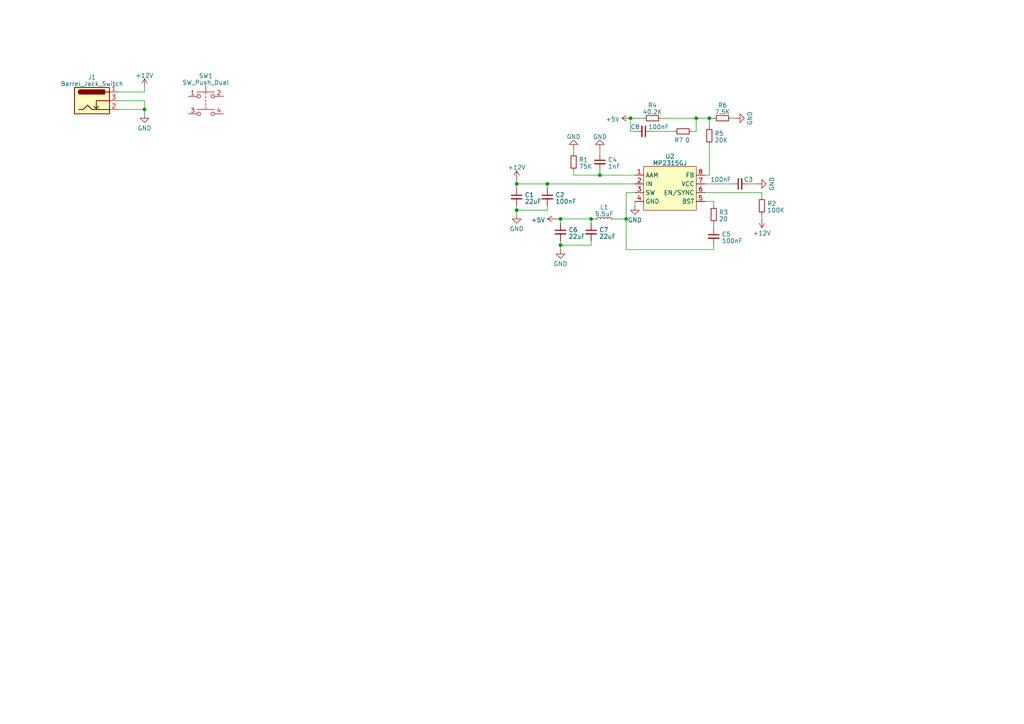
<source format=kicad_sch>
(kicad_sch (version 20230121) (generator eeschema)
  (paper "A4")
  (lib_symbols
    (symbol "Connector:Barrel_Jack_Switch" (pin_names hide)
      (property "Reference" "J" (at 0 5.334 0))
      (property "Value" "Barrel_Jack_Switch" (at 0 -5.08 0))
      (symbol "Barrel_Jack_Switch_0_1"
        (rectangle (start -5.08 3.81) (end 5.08 -3.81) (stroke (width 0.254)) (fill (type background)))
        (arc (start -3.302 3.175) (mid -3.9343 2.54) (end -3.302 1.905) (stroke (width 0.254)))
        (arc (start -3.302 3.175) (mid -3.9343 2.54) (end -3.302 1.905) (stroke (width 0.254)) (fill (type outline)))
        (polyline (pts (xy 1.27 -2.286) (xy 1.905 -1.651)) (stroke (width 0.254)))
        (polyline (pts (xy 5.08 2.54) (xy 3.81 2.54)) (stroke (width 0.254)))
        (polyline (pts (xy 5.08 0) (xy 1.27 0) (xy 1.27 -2.286) (xy 0.635 -1.651)) (stroke (width 0.254)))
        (polyline (pts (xy -3.81 -2.54) (xy -2.54 -2.54) (xy -1.27 -1.27) (xy 0 -2.54) (xy 2.54 -2.54) (xy 5.08 -2.54)) (stroke (width 0.254)))
        (rectangle (start 3.683 3.175) (end -3.302 1.905) (stroke (width 0.254)) (fill (type outline)))
      )
      (symbol "Barrel_Jack_Switch_1_1"
        (pin passive line (at 7.62 2.54 180) (length 2.54) (name "~") (number "1"))
        (pin passive line (at 7.62 -2.54 180) (length 2.54) (name "~") (number "2"))
        (pin passive line (at 7.62 0 180) (length 2.54) (name "~") (number "3"))
      )
    )
    (symbol "Converter_DCDC:MP2315GJ"
      (property "Reference" "U" (at -5.08 7.62 0))
      (property "Value" "MP2315GJ" (at -5.08 7.62 0))
      (symbol "MP2315GJ_0_1"
        (rectangle (start -7.62 6.35) (end 7.62 -6.35) (fill (type background)))
      )
      (symbol "MP2315GJ_1_1"
        (pin unspecified line (at -10.16 3.81 0) (length 2.54) (name "AAM") (number "1"))
        (pin power_in line (at -10.16 1.27 0) (length 2.54) (name "IN") (number "2"))
        (pin output line (at -10.16 -1.27 0) (length 2.54) (name "SW") (number "3"))
        (pin power_in line (at -10.16 -3.81 0) (length 2.54) (name "GND") (number "4"))
        (pin unspecified line (at 10.16 -3.81 180) (length 2.54) (name "BST") (number "5"))
        (pin input line (at 10.16 -1.27 180) (length 2.54) (name "EN/SYNC") (number "6"))
        (pin power_in line (at 10.16 1.27 180) (length 2.54) (name "VCC") (number "7"))
        (pin output line (at 10.16 3.81 180) (length 2.54) (name "FB") (number "8"))
      )
    )
    (symbol "Device:C_Small" (pin_numbers hide) (pin_names (offset 0.254) hide)
      (property "Reference" "C" (at 0.254 1.778 0))
      (property "Value" "C_Small" (at 0.254 -2.032 0))
      (symbol "C_Small_0_1"
        (polyline (pts (xy -1.524 -0.508) (xy 1.524 -0.508)) (stroke (width 0.3302)))
        (polyline (pts (xy -1.524 0.508) (xy 1.524 0.508)) (stroke (width 0.3048)))
      )
      (symbol "C_Small_1_1"
        (pin passive line (at 0 2.54 270) (length 2.032) (name "~") (number "1"))
        (pin passive line (at 0 -2.54 90) (length 2.032) (name "~") (number "2"))
      )
    )
    (symbol "Device:L_Small" (pin_numbers hide) (pin_names (offset 0.254) hide)
      (property "Reference" "L" (at 0.762 1.016 0))
      (property "Value" "L_Small" (at 0.762 -1.016 0))
      (symbol "L_Small_0_1"
        (arc (start 0 -2.032) (mid 0.5058 -1.524) (end 0 -1.016))
        (arc (start 0 -1.016) (mid 0.5058 -0.508) (end 0 0))
        (arc (start 0 0) (mid 0.5058 0.508) (end 0 1.016))
        (arc (start 0 1.016) (mid 0.5058 1.524) (end 0 2.032))
      )
      (symbol "L_Small_1_1"
        (pin passive line (at 0 2.54 270) (length 0.508) (name "~") (number "1"))
        (pin passive line (at 0 -2.54 90) (length 0.508) (name "~") (number "2"))
      )
    )
    (symbol "Device:R_Small" (pin_numbers hide) (pin_names (offset 0.254) hide)
      (property "Reference" "R" (at 0.762 0.508 0))
      (property "Value" "R_Small" (at 0.762 -1.016 0))
      (symbol "R_Small_0_1"
        (rectangle (start -0.762 1.778) (end 0.762 -1.778) (stroke (width 0.2032)))
      )
      (symbol "R_Small_1_1"
        (pin passive line (at 0 2.54 270) (length 0.762) (name "~") (number "1"))
        (pin passive line (at 0 -2.54 90) (length 0.762) (name "~") (number "2"))
      )
    )
    (symbol "Switch:SW_Push_Dual" (pin_names (offset 1.016) hide)
      (property "Reference" "SW" (at 1.27 2.54 0))
      (property "Value" "SW_Push_Dual" (at 0 -6.858 0))
      (symbol "SW_Push_Dual_0_1"
        (circle (center -2.032 -5.08) (radius 0.508))
        (circle (center -2.032 0) (radius 0.508))
        (polyline (pts (xy 0 -3.048) (xy 0 -3.556)))
        (polyline (pts (xy 0 -2.032) (xy 0 -2.54)))
        (polyline (pts (xy 0 -1.524) (xy 0 -1.016)))
        (polyline (pts (xy 0 -0.508) (xy 0 0)))
        (polyline (pts (xy 0 0.508) (xy 0 1.016)))
        (polyline (pts (xy 0 1.27) (xy 0 3.048)))
        (polyline (pts (xy 2.54 -3.81) (xy -2.54 -3.81)))
        (polyline (pts (xy 2.54 1.27) (xy -2.54 1.27)))
        (circle (center 2.032 -5.08) (radius 0.508))
        (circle (center 2.032 0) (radius 0.508))
        (pin passive line (at -5.08 0 0) (length 2.54) (name "1") (number "1"))
        (pin passive line (at 5.08 0 180) (length 2.54) (name "2") (number "2"))
        (pin passive line (at -5.08 -5.08 0) (length 2.54) (name "3") (number "3"))
        (pin passive line (at 5.08 -5.08 180) (length 2.54) (name "4") (number "4"))
      )
    )
    (symbol "power:+12V" (power) (pin_names (offset 0))
      (property "Value" "+12V" (at 0 3.556 0))
      (symbol "+12V_0_1"
        (polyline (pts (xy -0.762 1.27) (xy 0 2.54)))
        (polyline (pts (xy 0 0) (xy 0 2.54)))
        (polyline (pts (xy 0 2.54) (xy 0.762 1.27)))
      )
      (symbol "+12V_1_1"
        (pin power_in line (at 0 0 90) (length 0) hide (name "+12V") (number "1"))
      )
    )
    (symbol "power:+5V" (power) (pin_names (offset 0))
      (property "Value" "+5V" (at 0 3.556 0))
      (symbol "+5V_0_1"
        (polyline (pts (xy -0.762 1.27) (xy 0 2.54)))
        (polyline (pts (xy 0 0) (xy 0 2.54)))
        (polyline (pts (xy 0 2.54) (xy 0.762 1.27)))
      )
      (symbol "+5V_1_1"
        (pin power_in line (at 0 0 90) (length 0) hide (name "+5V") (number "1"))
      )
    )
    (symbol "power:GND" (power) (pin_names (offset 0))
      (property "Value" "GND" (at 0 -3.81 0))
      (symbol "GND_0_1"
        (polyline (pts (xy 0 0) (xy 0 -1.27) (xy 1.27 -1.27) (xy 0 -2.54) (xy -1.27 -1.27) (xy 0 -1.27)))
      )
      (symbol "GND_1_1"
        (pin power_in line (at 0 0 270) (length 0) hide (name "GND") (number "1"))
      )
    )
  )
  (junction (at 149.86 53.34))
  (junction (at 162.56 71.12))
  (junction (at 41.91 31.75))
  (junction (at 181.61 63.5))
  (junction (at 205.74 34.29))
  (junction (at 162.56 63.5))
  (junction (at 158.75 53.34))
  (junction (at 171.45 63.5))
  (junction (at 182.88 34.29))
  (junction (at 149.86 60.96))
  (junction (at 201.93 34.29))
  (junction (at 173.99 50.8))
  (wire (pts (xy 205.74 50.8) (xy 205.74 41.91)))
  (wire (pts (xy 158.75 54.61) (xy 158.75 53.34)))
  (wire (pts (xy 200.66 38.1) (xy 201.93 38.1)))
  (wire (pts (xy 189.23 38.1) (xy 195.58 38.1)))
  (wire (pts (xy 171.45 63.5) (xy 172.72 63.5)))
  (wire (pts (xy 204.47 53.34) (xy 212.09 53.34)))
  (wire (pts (xy 162.56 63.5) (xy 171.45 63.5)))
  (wire (pts (xy 204.47 58.42) (xy 207.01 58.42)))
  (wire (pts (xy 184.15 55.88) (xy 181.61 55.88)))
  (wire (pts (xy 177.8 63.5) (xy 181.61 63.5)))
  (wire (pts (xy 204.47 50.8) (xy 205.74 50.8)))
  (wire (pts (xy 173.99 43.18) (xy 173.99 44.45)))
  (wire (pts (xy 207.01 72.39) (xy 207.01 71.12)))
  (wire (pts (xy 201.93 34.29) (xy 205.74 34.29)))
  (wire (pts (xy 166.37 43.18) (xy 166.37 44.45)))
  (wire (pts (xy 171.45 71.12) (xy 162.56 71.12)))
  (wire (pts (xy 166.37 49.53) (xy 166.37 50.8)))
  (wire (pts (xy 149.86 53.34) (xy 158.75 53.34)))
  (wire (pts (xy 41.91 29.21) (xy 41.91 31.75)))
  (wire (pts (xy 220.98 62.23) (xy 220.98 63.5)))
  (wire (pts (xy 217.17 53.34) (xy 219.71 53.34)))
  (wire (pts (xy 41.91 31.75) (xy 41.91 33.02)))
  (wire (pts (xy 149.86 52.07) (xy 149.86 53.34)))
  (wire (pts (xy 182.88 38.1) (xy 182.88 34.29)))
  (wire (pts (xy 181.61 55.88) (xy 181.61 63.5)))
  (wire (pts (xy 201.93 38.1) (xy 201.93 34.29)))
  (wire (pts (xy 220.98 55.88) (xy 220.98 57.15)))
  (wire (pts (xy 205.74 34.29) (xy 205.74 36.83)))
  (wire (pts (xy 205.74 34.29) (xy 207.01 34.29)))
  (wire (pts (xy 171.45 69.85) (xy 171.45 71.12)))
  (wire (pts (xy 158.75 53.34) (xy 184.15 53.34)))
  (wire (pts (xy 161.29 63.5) (xy 162.56 63.5)))
  (wire (pts (xy 212.09 34.29) (xy 213.36 34.29)))
  (wire (pts (xy 34.29 29.21) (xy 41.91 29.21)))
  (wire (pts (xy 34.29 31.75) (xy 41.91 31.75)))
  (wire (pts (xy 149.86 60.96) (xy 158.75 60.96)))
  (wire (pts (xy 41.91 26.67) (xy 41.91 25.4)))
  (wire (pts (xy 162.56 71.12) (xy 162.56 72.39)))
  (wire (pts (xy 184.15 58.42) (xy 184.15 59.69)))
  (wire (pts (xy 149.86 53.34) (xy 149.86 54.61)))
  (wire (pts (xy 182.88 34.29) (xy 186.69 34.29)))
  (wire (pts (xy 34.29 26.67) (xy 41.91 26.67)))
  (wire (pts (xy 171.45 63.5) (xy 171.45 64.77)))
  (wire (pts (xy 158.75 59.69) (xy 158.75 60.96)))
  (wire (pts (xy 207.01 64.77) (xy 207.01 66.04)))
  (wire (pts (xy 191.77 34.29) (xy 201.93 34.29)))
  (wire (pts (xy 173.99 50.8) (xy 184.15 50.8)))
  (wire (pts (xy 162.56 63.5) (xy 162.56 64.77)))
  (wire (pts (xy 204.47 55.88) (xy 220.98 55.88)))
  (wire (pts (xy 181.61 63.5) (xy 181.61 72.39)))
  (wire (pts (xy 162.56 69.85) (xy 162.56 71.12)))
  (wire (pts (xy 207.01 58.42) (xy 207.01 59.69)))
  (wire (pts (xy 149.86 60.96) (xy 149.86 62.23)))
  (wire (pts (xy 166.37 50.8) (xy 173.99 50.8)))
  (wire (pts (xy 181.61 72.39) (xy 207.01 72.39)))
  (wire (pts (xy 173.99 49.53) (xy 173.99 50.8)))
  (wire (pts (xy 184.15 38.1) (xy 182.88 38.1)))
  (wire (pts (xy 149.86 59.69) (xy 149.86 60.96)))
  (symbol (lib_id "Switch:SW_Push_Dual") (at 59.69 27.94 0) (unit 1)
    (property "Reference" "SW1" (at 59.69 22.0091 0))
    (property "Value" "SW_Push_Dual" (at 59.69 23.9301 0))
  )
  (symbol (lib_id "power:GND") (at 173.99 43.18 180) (unit 1)
    (property "Reference" "#PWR05" (effects hide))
    (property "Value" "GND" (at 173.99 39.6781 0))
  )
  (symbol (lib_id "power:GND") (at 219.71 53.34 90) (unit 1)
    (property "Reference" "#PWR03" (effects hide))
    (property "Value" "GND" (at 223.8455 53.34 0))
  )
  (symbol (lib_id "Connector:Barrel_Jack_Switch") (at 26.67 29.21 0) (unit 1)
    (property "Reference" "J1" (at 26.67 22.3901 0))
    (property "Value" "Barrel_Jack_Switch" (at 26.67 24.3111 0))
  )
  (symbol (lib_id "power:+12V") (at 149.86 52.07 0) (unit 1)
    (property "Reference" "#PWR01" (effects hide))
    (property "Value" "+12V" (at 149.86 48.5681 0))
  )
  (symbol (lib_id "Device:C_Small") (at 186.69 38.1 270) (unit 1)
    (property "Reference" "C8" (at 182.88 36.83 90) (effects (justify left)))
    (property "Value" "100nF" (at 187.96 36.83 90) (effects (justify left)))
  )
  (symbol (lib_id "Device:C_Small") (at 162.56 67.31 0) (unit 1)
    (property "Reference" "C6" (at 164.8841 66.6726 0) (effects (justify left)))
    (property "Value" "22uF" (at 164.8841 68.5936 0) (effects (justify left)))
  )
  (symbol (lib_id "power:+5V") (at 182.88 34.29 90) (unit 1)
    (property "Reference" "#PWR010" (effects hide))
    (property "Value" "+5V" (at 179.7051 34.6068 90) (effects (justify left)))
  )
  (symbol (lib_id "Device:C_Small") (at 171.45 67.31 0) (unit 1)
    (property "Reference" "C7" (at 173.7741 66.6726 0) (effects (justify left)))
    (property "Value" "22uF" (at 173.7741 68.5936 0) (effects (justify left)))
  )
  (symbol (lib_id "power:GND") (at 41.91 33.02 0) (unit 1)
    (property "Reference" "#PWR013" (effects hide))
    (property "Value" "GND" (at 41.91 37.1555 0))
  )
  (symbol (lib_id "Device:R_Small") (at 207.01 62.23 0) (unit 1)
    (property "Reference" "R3" (at 208.5086 61.5863 0) (effects (justify left)))
    (property "Value" "20" (at 208.5086 63.5073 0) (effects (justify left)))
  )
  (symbol (lib_id "Device:C_Small") (at 149.86 57.15 0) (unit 1)
    (property "Reference" "C1" (at 152.1841 56.5126 0) (effects (justify left)))
    (property "Value" "22uF" (at 152.1841 58.4336 0) (effects (justify left)))
  )
  (symbol (lib_id "power:+12V") (at 41.91 25.4 0) (unit 1)
    (property "Reference" "#PWR012" (effects hide))
    (property "Value" "+12V" (at 41.91 21.8981 0))
  )
  (symbol (lib_id "power:+12V") (at 220.98 63.5 180) (unit 1)
    (property "Reference" "#PWR06" (effects hide))
    (property "Value" "+12V" (at 220.98 67.6355 0))
  )
  (symbol (lib_id "Device:R_Small") (at 209.55 34.29 270) (unit 1)
    (property "Reference" "R6" (at 209.55 30.5435 90))
    (property "Value" "7.5K" (at 209.55 32.4645 90))
  )
  (symbol (lib_id "Device:C_Small") (at 214.63 53.34 90) (unit 1)
    (property "Reference" "C3" (at 218.44 52.07 90) (effects (justify left)))
    (property "Value" "100nF" (at 212.09 52.07 90) (effects (justify left)))
  )
  (symbol (lib_id "Device:R_Small") (at 189.23 34.29 270) (unit 1)
    (property "Reference" "R4" (at 189.23 30.5435 90))
    (property "Value" "40.2K" (at 189.23 32.4645 90))
  )
  (symbol (lib_id "Device:R_Small") (at 198.12 38.1 270) (unit 1)
    (property "Reference" "R7" (at 196.85 40.64 90))
    (property "Value" "0" (at 199.39 40.64 90))
  )
  (symbol (lib_id "Device:R_Small") (at 166.37 46.99 0) (unit 1)
    (property "Reference" "R1" (at 167.8686 46.3463 0) (effects (justify left)))
    (property "Value" "75K" (at 167.8686 48.2673 0) (effects (justify left)))
  )
  (symbol (lib_id "Device:L_Small") (at 175.26 63.5 90) (unit 1)
    (property "Reference" "L1" (at 175.26 60.1113 90))
    (property "Value" "5.5uF" (at 175.26 62.0323 90))
  )
  (symbol (lib_id "Device:C_Small") (at 158.75 57.15 0) (unit 1)
    (property "Reference" "C2" (at 161.0741 56.5126 0) (effects (justify left)))
    (property "Value" "100nF" (at 161.0741 58.4336 0) (effects (justify left)))
  )
  (symbol (lib_id "power:+5V") (at 161.29 63.5 90) (unit 1)
    (property "Reference" "#PWR08" (effects hide))
    (property "Value" "+5V" (at 158.1151 63.8168 90) (effects (justify left)))
  )
  (symbol (lib_id "power:GND") (at 166.37 43.18 180) (unit 1)
    (property "Reference" "#PWR04" (effects hide))
    (property "Value" "GND" (at 166.37 39.6781 0))
  )
  (symbol (lib_id "power:GND") (at 149.86 62.23 0) (unit 1)
    (property "Reference" "#PWR02" (effects hide))
    (property "Value" "GND" (at 149.86 66.3655 0))
  )
  (symbol (lib_id "Device:R_Small") (at 220.98 59.69 0) (unit 1)
    (property "Reference" "R2" (at 222.4786 59.0463 0) (effects (justify left)))
    (property "Value" "100K" (at 222.4786 60.9673 0) (effects (justify left)))
  )
  (symbol (lib_id "power:GND") (at 162.56 72.39 0) (unit 1)
    (property "Reference" "#PWR09" (effects hide))
    (property "Value" "GND" (at 162.56 76.5255 0))
  )
  (symbol (lib_id "Converter_DCDC:MP2315GJ") (at 194.31 54.61 0) (unit 1)
    (property "Reference" "U2" (at 194.31 45.3771 0))
    (property "Value" "MP2315GJ" (at 194.31 47.2981 0))
    (property "Footprint" "Package_TO_SOT_SMD:TSOT-23-8" (effects hide))
  )
  (symbol (lib_id "Device:C_Small") (at 207.01 68.58 0) (unit 1)
    (property "Reference" "C5" (at 209.3341 67.9426 0) (effects (justify left)))
    (property "Value" "100nF" (at 209.3341 69.8636 0) (effects (justify left)))
  )
  (symbol (lib_id "Device:C_Small") (at 173.99 46.99 0) (unit 1)
    (property "Reference" "C4" (at 176.3141 46.3526 0) (effects (justify left)))
    (property "Value" "1nF" (at 176.3141 48.2736 0) (effects (justify left)))
  )
  (symbol (lib_id "power:GND") (at 213.36 34.29 90) (unit 1)
    (property "Reference" "#PWR011" (effects hide))
    (property "Value" "GND" (at 217.4955 34.29 0))
  )
  (symbol (lib_id "Device:R_Small") (at 205.74 39.37 0) (unit 1)
    (property "Reference" "R5" (at 207.2386 38.7263 0) (effects (justify left)))
    (property "Value" "20K" (at 207.2386 40.6473 0) (effects (justify left)))
  )
  (symbol (lib_id "power:GND") (at 184.15 59.69 0) (unit 1)
    (property "Reference" "#PWR07" (effects hide))
    (property "Value" "GND" (at 184.15 63.8255 0))
  )
)
</source>
